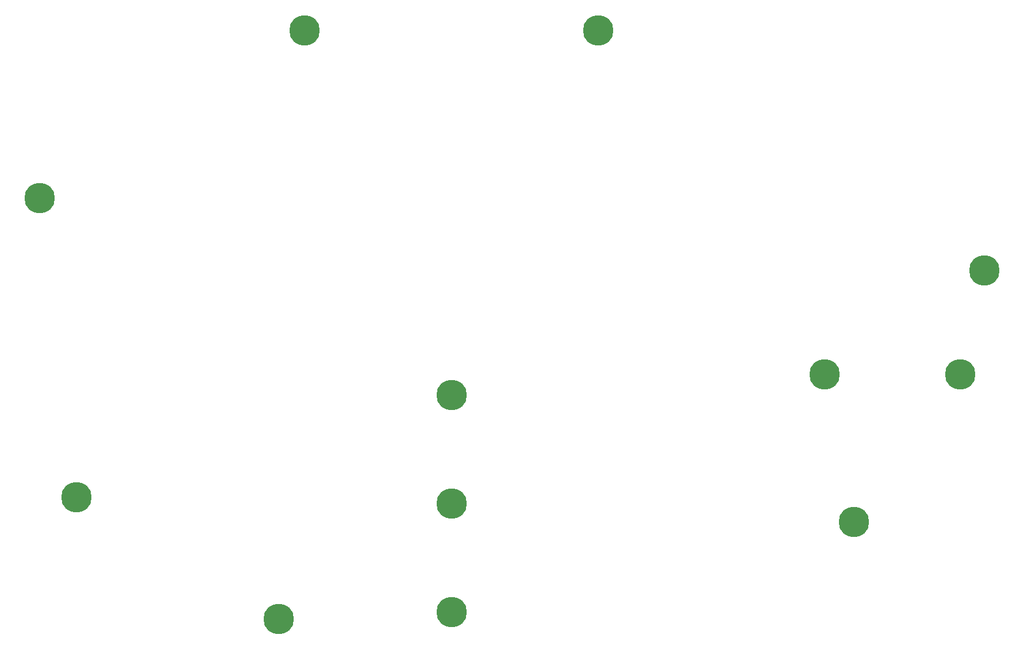
<source format=gbs>
G04 #@! TF.GenerationSoftware,KiCad,Pcbnew,8.0.5-dirty*
G04 #@! TF.CreationDate,2024-10-14T16:09:00+03:00*
G04 #@! TF.ProjectId,Kivipallur_plate,4b697669-7061-46c6-9c75-725f706c6174,1*
G04 #@! TF.SameCoordinates,Original*
G04 #@! TF.FileFunction,Soldermask,Bot*
G04 #@! TF.FilePolarity,Negative*
%FSLAX46Y46*%
G04 Gerber Fmt 4.6, Leading zero omitted, Abs format (unit mm)*
G04 Created by KiCad (PCBNEW 8.0.5-dirty) date 2024-10-14 16:09:00*
%MOMM*%
%LPD*%
G01*
G04 APERTURE LIST*
%ADD10C,4.500000*%
G04 APERTURE END LIST*
D10*
X239079709Y-132812965D03*
X162418790Y-82090802D03*
X205686526Y-82058936D03*
X128817521Y-150882088D03*
X184079709Y-135812965D03*
X123406522Y-106813039D03*
X184079709Y-167812965D03*
X262595864Y-117474995D03*
X184079709Y-151812965D03*
X158633477Y-168882610D03*
X259079709Y-132812965D03*
X243359441Y-154571221D03*
M02*

</source>
